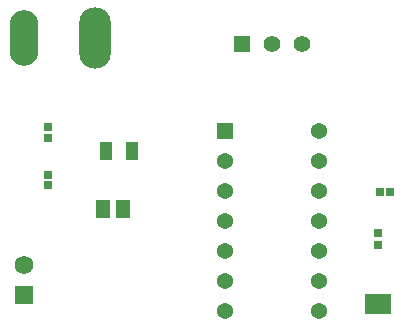
<source format=gts>
G04*
G04 #@! TF.GenerationSoftware,Altium Limited,Altium Designer,20.2.7 (254)*
G04*
G04 Layer_Color=8388736*
%FSLAX25Y25*%
%MOIN*%
G70*
G04*
G04 #@! TF.SameCoordinates,EE1AD421-979F-440A-8BD1-8888F99C881E*
G04*
G04*
G04 #@! TF.FilePolarity,Negative*
G04*
G01*
G75*
%ADD21R,0.04343X0.05918*%
%ADD22R,0.02769X0.02769*%
%ADD23R,0.03005X0.03162*%
%ADD24R,0.05131X0.06233*%
%ADD25R,0.03162X0.03005*%
%ADD26R,0.03162X0.02808*%
%ADD27R,0.06225X0.06225*%
%ADD28C,0.06225*%
%ADD29R,0.05406X0.05406*%
%ADD30C,0.05406*%
%ADD31O,0.10642X0.20485*%
%ADD32O,0.09658X0.18517*%
%ADD33R,0.05595X0.05595*%
%ADD34C,0.05595*%
%ADD35R,0.08674X0.07099*%
D21*
X67323Y68701D02*
D03*
X58661D02*
D03*
D22*
X149606Y41339D02*
D03*
Y37402D02*
D03*
D23*
X153543Y55118D02*
D03*
X150118D02*
D03*
D24*
X57626Y49213D02*
D03*
X64421D02*
D03*
D25*
X39370Y57342D02*
D03*
Y60768D02*
D03*
D26*
Y73051D02*
D03*
Y76555D02*
D03*
D27*
X31496Y20591D02*
D03*
D28*
Y30591D02*
D03*
D29*
X98543Y75276D02*
D03*
D30*
Y65276D02*
D03*
Y55276D02*
D03*
Y45276D02*
D03*
Y35276D02*
D03*
Y25276D02*
D03*
Y15276D02*
D03*
X129803D02*
D03*
Y25276D02*
D03*
Y35276D02*
D03*
Y45276D02*
D03*
Y55276D02*
D03*
Y65276D02*
D03*
Y75276D02*
D03*
D31*
X55118Y106299D02*
D03*
D32*
X31496D02*
D03*
D33*
X104173Y104331D02*
D03*
D34*
X114173D02*
D03*
X124173D02*
D03*
D35*
X149606Y17717D02*
D03*
M02*

</source>
